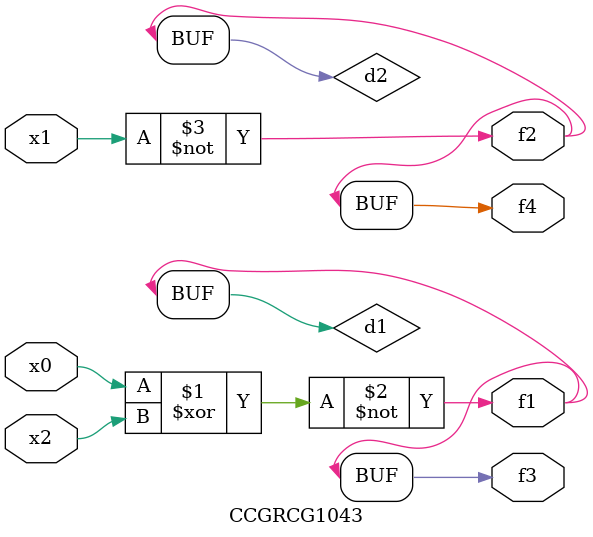
<source format=v>
module CCGRCG1043(
	input x0, x1, x2,
	output f1, f2, f3, f4
);

	wire d1, d2, d3;

	xnor (d1, x0, x2);
	nand (d2, x1);
	nor (d3, x1, x2);
	assign f1 = d1;
	assign f2 = d2;
	assign f3 = d1;
	assign f4 = d2;
endmodule

</source>
